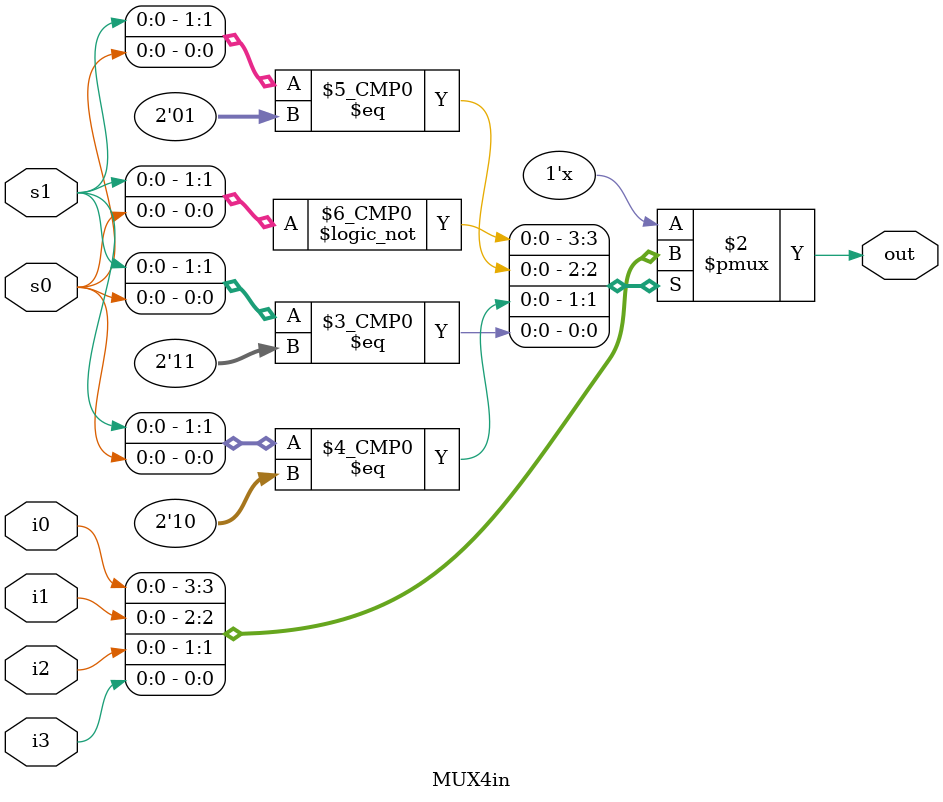
<source format=v>
`timescale 1ns / 1ps
module MUX4in(i0,i1,i2,i3,s0,s1,out);
output out;
input i0,i1, i2, i3, s0, s1;
reg out; 
always @(s1 or s0 or i0 or i1 or i2 or i3)
case ({s1, s0})
	2'd0 : out = i0;
	2'd1 : out = i1;
	2'd2 : out = i2;
	2'd3 : out = i3;
	default: $display("Invalid Control Signal");
endcase
endmodule

</source>
